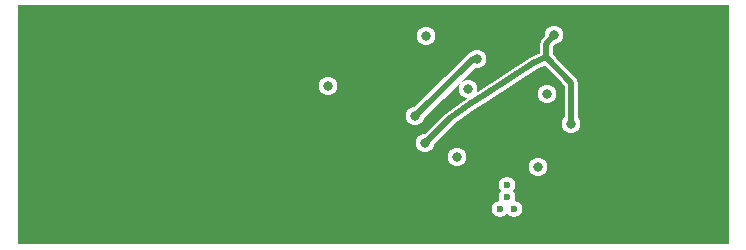
<source format=gbr>
%FSLAX34Y34*%
%MOMM*%
%LNCOPPER_INNER2*%
G71*
G01*
%ADD10C,1.600*%
%ADD11C,1.400*%
%ADD12C,1.100*%
%ADD13C,1.300*%
%ADD14C,0.600*%
%ADD15C,0.800*%
%ADD16C,0.500*%
%LPD*%
G36*
X0Y1000000D02*
X602000Y1000000D01*
X602000Y798000D01*
X0Y798000D01*
X0Y1000000D01*
G37*
%LPC*%
X468500Y899300D02*
G54D10*
D03*
X454300Y974800D02*
G54D10*
D03*
X408100Y827300D02*
G54D11*
D03*
X413900Y847700D02*
G54D11*
D03*
X413800Y837900D02*
G54D11*
D03*
X420000Y827600D02*
G54D11*
D03*
X344830Y883298D02*
G54D10*
D03*
X440600Y863200D02*
G54D10*
D03*
X371975Y871329D02*
G54D10*
D03*
X389000Y954900D02*
G54D10*
D03*
X336200Y906000D02*
G54D10*
D03*
X345300Y974000D02*
G54D10*
D03*
X262256Y931891D02*
G54D10*
D03*
X381400Y929600D02*
G54D10*
D03*
X448400Y925300D02*
G54D10*
D03*
G54D12*
X454300Y974800D02*
X447000Y967500D01*
X447000Y956000D01*
X468500Y934500D01*
X468500Y899300D01*
G54D12*
X344830Y883298D02*
X366178Y904683D01*
X384000Y917000D01*
X395000Y924000D01*
X436000Y951000D01*
X447000Y956000D01*
G54D13*
X336200Y906000D02*
X385100Y954900D01*
X389000Y954900D01*
%LPD*%
X394019Y912595D02*
G54D14*
D03*
X400019Y912595D02*
G54D14*
D03*
X406019Y912595D02*
G54D14*
D03*
X412019Y912595D02*
G54D14*
D03*
X394019Y906595D02*
G54D14*
D03*
X400019Y906595D02*
G54D14*
D03*
X406019Y906595D02*
G54D14*
D03*
X412019Y906595D02*
G54D14*
D03*
X394019Y900595D02*
G54D14*
D03*
X400019Y900595D02*
G54D14*
D03*
X406019Y900595D02*
G54D14*
D03*
X412019Y900595D02*
G54D14*
D03*
X394019Y894595D02*
G54D14*
D03*
X400019Y894595D02*
G54D14*
D03*
X406019Y894595D02*
G54D14*
D03*
X412019Y894595D02*
G54D14*
D03*
X418019Y912595D02*
G54D14*
D03*
X424019Y912595D02*
G54D14*
D03*
X418019Y906595D02*
G54D14*
D03*
X424019Y906595D02*
G54D14*
D03*
X418019Y900595D02*
G54D14*
D03*
X424019Y900595D02*
G54D14*
D03*
X418019Y894595D02*
G54D14*
D03*
X424019Y894595D02*
G54D14*
D03*
X394019Y888595D02*
G54D14*
D03*
X400019Y888595D02*
G54D14*
D03*
X406019Y888595D02*
G54D14*
D03*
X412019Y888595D02*
G54D14*
D03*
X394019Y882595D02*
G54D14*
D03*
X400019Y882595D02*
G54D14*
D03*
X406019Y882595D02*
G54D14*
D03*
X412019Y882595D02*
G54D14*
D03*
X418019Y888595D02*
G54D14*
D03*
X424019Y888595D02*
G54D14*
D03*
X418019Y882595D02*
G54D14*
D03*
X424019Y882595D02*
G54D14*
D03*
X452364Y914113D02*
G54D14*
D03*
X485864Y915113D02*
G54D14*
D03*
X485864Y921113D02*
G54D14*
D03*
X485864Y927113D02*
G54D14*
D03*
X495357Y932076D02*
G54D14*
D03*
X495396Y938314D02*
G54D14*
D03*
X491774Y926878D02*
G54D14*
D03*
X468500Y899300D02*
G54D15*
D03*
X454300Y974800D02*
G54D15*
D03*
X408100Y827300D02*
G54D14*
D03*
X413900Y847700D02*
G54D14*
D03*
X413800Y837900D02*
G54D14*
D03*
X420000Y827600D02*
G54D14*
D03*
X344830Y883298D02*
G54D15*
D03*
X493084Y881954D02*
G54D14*
D03*
X498814Y884192D02*
G54D14*
D03*
X504176Y887167D02*
G54D14*
D03*
X509079Y890862D02*
G54D14*
D03*
X513331Y895238D02*
G54D14*
D03*
X516906Y900134D02*
G54D14*
D03*
X519682Y905619D02*
G54D14*
D03*
X521925Y911318D02*
G54D14*
D03*
X524574Y916790D02*
G54D14*
D03*
X527901Y921917D02*
G54D14*
D03*
X531720Y926693D02*
G54D14*
D03*
X536093Y930911D02*
G54D14*
D03*
X540948Y934548D02*
G54D14*
D03*
X546146Y937618D02*
G54D14*
D03*
X551718Y940056D02*
G54D14*
D03*
X557516Y941841D02*
G54D14*
D03*
X563530Y942901D02*
G54D14*
D03*
X574514Y939183D02*
G54D14*
D03*
X580836Y939216D02*
G54D14*
D03*
X586961Y939348D02*
G54D14*
D03*
X593255Y939269D02*
G54D14*
D03*
X593322Y927339D02*
G54D14*
D03*
X573542Y960664D02*
G54D14*
D03*
X579631Y960656D02*
G54D14*
D03*
X585776Y960716D02*
G54D14*
D03*
X591966Y960751D02*
G54D14*
D03*
X595437Y965817D02*
G54D14*
D03*
X576584Y966053D02*
G54D14*
D03*
X582920Y966438D02*
G54D14*
D03*
X502401Y879253D02*
G54D14*
D03*
X513022Y873567D02*
G54D14*
D03*
X571905Y860641D02*
G54D14*
D03*
X577969Y860618D02*
G54D14*
D03*
X584001Y860624D02*
G54D14*
D03*
X590039Y860630D02*
G54D14*
D03*
X596080Y860618D02*
G54D14*
D03*
X594379Y866464D02*
G54D14*
D03*
X593873Y872464D02*
G54D14*
D03*
X593873Y879164D02*
G54D14*
D03*
X593873Y885264D02*
G54D14*
D03*
X593873Y892264D02*
G54D14*
D03*
X593873Y899264D02*
G54D14*
D03*
X593873Y906264D02*
G54D14*
D03*
X593873Y913264D02*
G54D14*
D03*
X593873Y920264D02*
G54D14*
D03*
X507867Y876704D02*
G54D14*
D03*
X576094Y866337D02*
G54D14*
D03*
X582104Y866352D02*
G54D14*
D03*
X588311Y866381D02*
G54D14*
D03*
X485640Y865805D02*
G54D14*
D03*
X491022Y868743D02*
G54D14*
D03*
X493272Y850445D02*
G54D14*
D03*
X570833Y839566D02*
G54D14*
D03*
X576854Y839341D02*
G54D14*
D03*
X582913Y839312D02*
G54D14*
D03*
X589016Y839337D02*
G54D14*
D03*
X595117Y839384D02*
G54D14*
D03*
X573597Y834213D02*
G54D14*
D03*
X579844Y834102D02*
G54D14*
D03*
X585989Y834006D02*
G54D14*
D03*
X592020Y834168D02*
G54D14*
D03*
X467610Y865896D02*
G54D14*
D03*
X479616Y865896D02*
G54D14*
D03*
X473587Y865871D02*
G54D14*
D03*
X579873Y921264D02*
G54D14*
D03*
X567873Y921264D02*
G54D14*
D03*
X554873Y921264D02*
G54D14*
D03*
X554873Y908264D02*
G54D14*
D03*
X567873Y908264D02*
G54D14*
D03*
X579873Y908264D02*
G54D14*
D03*
X554873Y895264D02*
G54D14*
D03*
X567873Y895264D02*
G54D14*
D03*
X579873Y895264D02*
G54D14*
D03*
X579873Y881264D02*
G54D14*
D03*
X567628Y881609D02*
G54D14*
D03*
X554873Y881264D02*
G54D14*
D03*
X540873Y881264D02*
G54D14*
D03*
X540873Y895264D02*
G54D14*
D03*
X541873Y908264D02*
G54D14*
D03*
X547873Y874264D02*
G54D14*
D03*
X561873Y873264D02*
G54D14*
D03*
X573873Y872264D02*
G54D14*
D03*
X584873Y872264D02*
G54D14*
D03*
X466373Y972264D02*
G54D14*
D03*
X499373Y965264D02*
G54D14*
D03*
X511373Y959264D02*
G54D14*
D03*
X525873Y968264D02*
G54D14*
D03*
X547873Y976264D02*
G54D14*
D03*
X570873Y977264D02*
G54D14*
D03*
X582438Y977273D02*
G54D14*
D03*
X521873Y980264D02*
G54D14*
D03*
X501873Y978264D02*
G54D14*
D03*
X467873Y979264D02*
G54D14*
D03*
X483873Y979264D02*
G54D14*
D03*
X474373Y979264D02*
G54D14*
D03*
X475087Y972058D02*
G54D14*
D03*
X492373Y972264D02*
G54D14*
D03*
X486690Y964926D02*
G54D14*
D03*
X513310Y969628D02*
G54D14*
D03*
X535873Y979264D02*
G54D14*
D03*
X440600Y863200D02*
G54D15*
D03*
X498995Y852679D02*
G54D14*
D03*
X512761Y836608D02*
G54D14*
D03*
X368605Y806050D02*
G54D14*
D03*
X361046Y806502D02*
G54D14*
D03*
X371975Y871329D02*
G54D15*
D03*
X404542Y817820D02*
G54D14*
D03*
X404619Y805042D02*
G54D14*
D03*
X416729Y806012D02*
G54D14*
D03*
X426729Y806512D02*
G54D14*
D03*
X436729Y806512D02*
G54D14*
D03*
X446729Y806512D02*
G54D14*
D03*
X456729Y806512D02*
G54D14*
D03*
X466729Y806512D02*
G54D14*
D03*
X476729Y806512D02*
G54D14*
D03*
X486729Y806512D02*
G54D14*
D03*
X496729Y806512D02*
G54D14*
D03*
X506729Y806512D02*
G54D14*
D03*
X516729Y806512D02*
G54D14*
D03*
X526729Y806512D02*
G54D14*
D03*
X536729Y806512D02*
G54D14*
D03*
X546729Y806512D02*
G54D14*
D03*
X556729Y806512D02*
G54D14*
D03*
X566729Y806512D02*
G54D14*
D03*
X576729Y806512D02*
G54D14*
D03*
X586729Y806512D02*
G54D14*
D03*
X593600Y827000D02*
G54D14*
D03*
X593600Y817000D02*
G54D14*
D03*
X593600Y807000D02*
G54D14*
D03*
X536729Y991512D02*
G54D14*
D03*
X546729Y991512D02*
G54D14*
D03*
X556729Y991512D02*
G54D14*
D03*
X566729Y991512D02*
G54D14*
D03*
X576729Y991512D02*
G54D14*
D03*
X586729Y991512D02*
G54D14*
D03*
X593601Y991622D02*
G54D14*
D03*
X593601Y981622D02*
G54D14*
D03*
X593601Y971623D02*
G54D14*
D03*
X476729Y991512D02*
G54D14*
D03*
X486729Y991512D02*
G54D14*
D03*
X496729Y991512D02*
G54D14*
D03*
X506729Y991512D02*
G54D14*
D03*
X516729Y991512D02*
G54D14*
D03*
X526729Y991512D02*
G54D14*
D03*
X416729Y991512D02*
G54D14*
D03*
X426729Y991512D02*
G54D14*
D03*
X436729Y991512D02*
G54D14*
D03*
X446729Y991512D02*
G54D14*
D03*
X456729Y991512D02*
G54D14*
D03*
X466729Y991512D02*
G54D14*
D03*
X356729Y991512D02*
G54D14*
D03*
X366729Y991512D02*
G54D14*
D03*
X376729Y991512D02*
G54D14*
D03*
X386729Y991512D02*
G54D14*
D03*
X396729Y991512D02*
G54D14*
D03*
X406729Y991512D02*
G54D14*
D03*
X296729Y991512D02*
G54D14*
D03*
X306729Y991512D02*
G54D14*
D03*
X316729Y991512D02*
G54D14*
D03*
X326729Y991512D02*
G54D14*
D03*
X336729Y991512D02*
G54D14*
D03*
X346729Y991512D02*
G54D14*
D03*
X236729Y991512D02*
G54D14*
D03*
X246729Y991512D02*
G54D14*
D03*
X256729Y991512D02*
G54D14*
D03*
X266729Y991512D02*
G54D14*
D03*
X276729Y991512D02*
G54D14*
D03*
X286729Y991512D02*
G54D14*
D03*
X176729Y991512D02*
G54D14*
D03*
X186729Y991512D02*
G54D14*
D03*
X196729Y991512D02*
G54D14*
D03*
X206729Y991512D02*
G54D14*
D03*
X216729Y991512D02*
G54D14*
D03*
X226729Y991512D02*
G54D14*
D03*
X301729Y806512D02*
G54D14*
D03*
X311729Y806512D02*
G54D14*
D03*
X321729Y806512D02*
G54D14*
D03*
X331729Y806512D02*
G54D14*
D03*
X341729Y806512D02*
G54D14*
D03*
X351729Y806512D02*
G54D14*
D03*
X241729Y806512D02*
G54D14*
D03*
X251729Y806512D02*
G54D14*
D03*
X261729Y806512D02*
G54D14*
D03*
X271729Y806512D02*
G54D14*
D03*
X281729Y806512D02*
G54D14*
D03*
X291729Y806512D02*
G54D14*
D03*
X181729Y806512D02*
G54D14*
D03*
X191729Y806512D02*
G54D14*
D03*
X201729Y806512D02*
G54D14*
D03*
X211729Y806512D02*
G54D14*
D03*
X221729Y806512D02*
G54D14*
D03*
X231729Y806512D02*
G54D14*
D03*
X389000Y954900D02*
G54D15*
D03*
X336200Y906000D02*
G54D15*
D03*
X345300Y974000D02*
G54D15*
D03*
X241788Y941977D02*
G54D14*
D03*
X241788Y918877D02*
G54D14*
D03*
X241788Y895777D02*
G54D14*
D03*
X241823Y874578D02*
G54D14*
D03*
X241751Y853579D02*
G54D14*
D03*
X241752Y832079D02*
G54D14*
D03*
X241756Y843191D02*
G54D14*
D03*
X241756Y864091D02*
G54D14*
D03*
X241756Y884991D02*
G54D14*
D03*
X241756Y905891D02*
G54D14*
D03*
X241756Y931891D02*
G54D14*
D03*
X235288Y918877D02*
G54D14*
D03*
X229288Y918877D02*
G54D14*
D03*
X223288Y918877D02*
G54D14*
D03*
X248288Y918877D02*
G54D14*
D03*
X209438Y918877D02*
G54D14*
D03*
X216150Y918950D02*
G54D14*
D03*
X262256Y931891D02*
G54D15*
D03*
X121729Y806512D02*
G54D14*
D03*
X131729Y806512D02*
G54D14*
D03*
X141729Y806512D02*
G54D14*
D03*
X151729Y806512D02*
G54D14*
D03*
X161729Y806512D02*
G54D14*
D03*
X171729Y806512D02*
G54D14*
D03*
X61729Y806512D02*
G54D14*
D03*
X71729Y806512D02*
G54D14*
D03*
X81729Y806512D02*
G54D14*
D03*
X91729Y806512D02*
G54D14*
D03*
X101729Y806512D02*
G54D14*
D03*
X111729Y806512D02*
G54D14*
D03*
X8229Y981512D02*
G54D14*
D03*
X8229Y971512D02*
G54D14*
D03*
X8229Y961512D02*
G54D14*
D03*
X8229Y951512D02*
G54D14*
D03*
X8229Y941512D02*
G54D14*
D03*
X8229Y931512D02*
G54D14*
D03*
X116729Y991512D02*
G54D14*
D03*
X126729Y991512D02*
G54D14*
D03*
X136729Y991512D02*
G54D14*
D03*
X146729Y991512D02*
G54D14*
D03*
X156729Y991512D02*
G54D14*
D03*
X166729Y991512D02*
G54D14*
D03*
X56729Y991512D02*
G54D14*
D03*
X66729Y991512D02*
G54D14*
D03*
X76729Y991512D02*
G54D14*
D03*
X86729Y991512D02*
G54D14*
D03*
X96729Y991512D02*
G54D14*
D03*
X106729Y991512D02*
G54D14*
D03*
X8229Y990012D02*
G54D14*
D03*
X16729Y991512D02*
G54D14*
D03*
X26729Y991512D02*
G54D14*
D03*
X36729Y991512D02*
G54D14*
D03*
X46729Y991512D02*
G54D14*
D03*
X11729Y806512D02*
G54D14*
D03*
X21729Y806512D02*
G54D14*
D03*
X31729Y806512D02*
G54D14*
D03*
X41729Y806512D02*
G54D14*
D03*
X51729Y806512D02*
G54D14*
D03*
X8229Y921512D02*
G54D14*
D03*
X8229Y911512D02*
G54D14*
D03*
X8229Y901512D02*
G54D14*
D03*
X8229Y891512D02*
G54D14*
D03*
X8229Y881512D02*
G54D14*
D03*
X8229Y871512D02*
G54D14*
D03*
X8229Y861512D02*
G54D14*
D03*
X8229Y851512D02*
G54D14*
D03*
X8229Y841512D02*
G54D14*
D03*
X8229Y831512D02*
G54D14*
D03*
X8229Y821512D02*
G54D14*
D03*
X8229Y813012D02*
G54D14*
D03*
X178288Y853150D02*
G54D14*
D03*
X187812Y853150D02*
G54D14*
D03*
X197338Y853150D02*
G54D14*
D03*
X203688Y827388D02*
G54D14*
D03*
X210038Y821038D02*
G54D14*
D03*
X216388Y816275D02*
G54D14*
D03*
X176700Y816275D02*
G54D14*
D03*
X187812Y816275D02*
G54D14*
D03*
X197338Y816275D02*
G54D14*
D03*
X205275Y816275D02*
G54D14*
D03*
X168762Y840088D02*
G54D14*
D03*
X168762Y856788D02*
G54D14*
D03*
X168762Y867075D02*
G54D14*
D03*
X168762Y878188D02*
G54D14*
D03*
X168762Y889300D02*
G54D14*
D03*
X168762Y897238D02*
G54D14*
D03*
X168762Y903588D02*
G54D14*
D03*
X165300Y918700D02*
G54D14*
D03*
X168762Y913112D02*
G54D14*
D03*
X168762Y924225D02*
G54D14*
D03*
X168762Y933750D02*
G54D14*
D03*
X168762Y944862D02*
G54D14*
D03*
X179875Y946500D02*
G54D14*
D03*
X189988Y946500D02*
G54D14*
D03*
X200512Y946500D02*
G54D14*
D03*
X206862Y971850D02*
G54D14*
D03*
X215212Y981200D02*
G54D14*
D03*
X202100Y979788D02*
G54D14*
D03*
X192575Y979788D02*
G54D14*
D03*
X181462Y979788D02*
G54D14*
D03*
X168762Y979788D02*
G54D14*
D03*
X22712Y978200D02*
G54D14*
D03*
X56050Y978200D02*
G54D14*
D03*
X89388Y978200D02*
G54D14*
D03*
X122725Y978200D02*
G54D14*
D03*
X149712Y978200D02*
G54D14*
D03*
X25888Y821038D02*
G54D14*
D03*
X56050Y821038D02*
G54D14*
D03*
X89388Y821038D02*
G54D14*
D03*
X122725Y821038D02*
G54D14*
D03*
X149712Y821038D02*
G54D14*
D03*
X38588Y949625D02*
G54D14*
D03*
X125900Y941688D02*
G54D14*
D03*
X81450Y914700D02*
G54D14*
D03*
X76688Y949625D02*
G54D14*
D03*
X138600Y871838D02*
G54D14*
D03*
X105262Y898825D02*
G54D14*
D03*
X119550Y843262D02*
G54D14*
D03*
X86212Y848025D02*
G54D14*
D03*
X37000Y900412D02*
G54D14*
D03*
X62400Y881362D02*
G54D14*
D03*
X44938Y846438D02*
G54D14*
D03*
X103675Y870250D02*
G54D14*
D03*
X30650Y873425D02*
G54D14*
D03*
X419148Y966714D02*
G54D14*
D03*
X411897Y966714D02*
G54D14*
D03*
X381400Y929600D02*
G54D15*
D03*
X448400Y925300D02*
G54D15*
D03*
X457972Y919283D02*
G54D14*
D03*
X480520Y964799D02*
G54D14*
D03*
X493373Y950264D02*
G54D14*
D03*
X493373Y956264D02*
G54D14*
D03*
X492373Y962264D02*
G54D14*
D03*
X474520Y964799D02*
G54D14*
D03*
X468520Y964799D02*
G54D14*
D03*
X462520Y964799D02*
G54D14*
D03*
X456520Y963799D02*
G54D14*
D03*
X497577Y924380D02*
G54D14*
D03*
X495336Y944570D02*
G54D14*
D03*
X501903Y929244D02*
G54D14*
D03*
X492207Y895768D02*
G54D14*
D03*
X497461Y898745D02*
G54D14*
D03*
X502014Y902715D02*
G54D14*
D03*
X505658Y907566D02*
G54D14*
D03*
X508172Y913044D02*
G54D14*
D03*
X410552Y817579D02*
G54D14*
D03*
X416608Y818148D02*
G54D14*
D03*
X422621Y817914D02*
G54D14*
D03*
X427700Y821190D02*
G54D14*
D03*
X404570Y811411D02*
G54D14*
D03*
X432808Y824460D02*
G54D14*
D03*
X438996Y824869D02*
G54D14*
D03*
X445067Y824781D02*
G54D14*
D03*
X410602Y811532D02*
G54D14*
D03*
X416580Y812130D02*
G54D14*
D03*
X410740Y805427D02*
G54D14*
D03*
X422694Y811803D02*
G54D14*
D03*
X431084Y811066D02*
G54D14*
D03*
X433508Y818360D02*
G54D14*
D03*
X439580Y818797D02*
G54D14*
D03*
X445239Y815649D02*
G54D14*
D03*
X332543Y844013D02*
G54D14*
D03*
X325425Y844062D02*
G54D14*
D03*
X318975Y844047D02*
G54D14*
D03*
X333924Y850121D02*
G54D14*
D03*
X325247Y850886D02*
G54D14*
D03*
X317689Y850856D02*
G54D14*
D03*
X335097Y925105D02*
G54D14*
D03*
X335264Y931150D02*
G54D14*
D03*
X374149Y847806D02*
G54D14*
D03*
X375231Y825280D02*
G54D14*
D03*
X375231Y819280D02*
G54D14*
D03*
X375231Y813280D02*
G54D14*
D03*
G54D16*
X454300Y974800D02*
X447000Y967500D01*
X447000Y956000D01*
X468500Y934500D01*
X468500Y899300D01*
G54D16*
X344830Y883298D02*
X366178Y904683D01*
X384000Y917000D01*
X395000Y924000D01*
X436000Y951000D01*
X447000Y956000D01*
G54D16*
X336200Y906000D02*
X385100Y954900D01*
X389000Y954900D01*
X254288Y918877D02*
G54D14*
D03*
X260288Y918877D02*
G54D14*
D03*
X375231Y807280D02*
G54D14*
D03*
X277907Y850904D02*
G54D14*
D03*
X285907Y850904D02*
G54D14*
D03*
X293907Y850904D02*
G54D14*
D03*
X301907Y850904D02*
G54D14*
D03*
X309907Y850904D02*
G54D14*
D03*
X284907Y843904D02*
G54D14*
D03*
X290907Y838904D02*
G54D14*
D03*
X296641Y836240D02*
G54D14*
D03*
X302972Y836176D02*
G54D14*
D03*
X308010Y840375D02*
G54D14*
D03*
X314138Y840356D02*
G54D14*
D03*
X297416Y843540D02*
G54D14*
D03*
X369384Y814861D02*
G54D14*
D03*
X363072Y814813D02*
G54D14*
D03*
X356660Y814663D02*
G54D14*
D03*
X350149Y814764D02*
G54D14*
D03*
X343787Y814762D02*
G54D14*
D03*
X336850Y811736D02*
G54D14*
D03*
X326567Y811736D02*
G54D14*
D03*
X316319Y811849D02*
G54D14*
D03*
X306710Y811829D02*
G54D14*
D03*
X296620Y811730D02*
G54D14*
D03*
X286431Y811332D02*
G54D14*
D03*
X280521Y812930D02*
G54D14*
D03*
X275987Y817380D02*
G54D14*
D03*
X271595Y821616D02*
G54D14*
D03*
X267351Y825962D02*
G54D14*
D03*
X263076Y830468D02*
G54D14*
D03*
X255821Y830016D02*
G54D14*
D03*
X248234Y830033D02*
G54D14*
D03*
X235271Y829845D02*
G54D14*
D03*
X228295Y829845D02*
G54D14*
D03*
X230168Y819380D02*
G54D14*
D03*
X251421Y819186D02*
G54D14*
D03*
X486907Y826904D02*
G54D14*
D03*
X492907Y826904D02*
G54D14*
D03*
X498410Y829622D02*
G54D14*
D03*
X504473Y830567D02*
G54D14*
D03*
X510636Y830467D02*
G54D14*
D03*
X479347Y859872D02*
G54D14*
D03*
X488562Y860365D02*
G54D14*
D03*
X493271Y856413D02*
G54D14*
D03*
X496705Y866602D02*
G54D14*
D03*
X502390Y864212D02*
G54D14*
D03*
X507817Y860853D02*
G54D14*
D03*
X513372Y857816D02*
G54D14*
D03*
X518798Y854845D02*
G54D14*
D03*
X524419Y852584D02*
G54D14*
D03*
X529974Y850517D02*
G54D14*
D03*
X535788Y848514D02*
G54D14*
D03*
X541731Y846899D02*
G54D14*
D03*
X547633Y845692D02*
G54D14*
D03*
X553572Y844575D02*
G54D14*
D03*
X559630Y843811D02*
G54D14*
D03*
X565246Y841723D02*
G54D14*
D03*
X566216Y835711D02*
G54D14*
D03*
X560519Y837811D02*
G54D14*
D03*
X554533Y838594D02*
G54D14*
D03*
X548588Y839740D02*
G54D14*
D03*
X542712Y840958D02*
G54D14*
D03*
X536847Y842502D02*
G54D14*
D03*
X531102Y844470D02*
G54D14*
D03*
X525352Y846546D02*
G54D14*
D03*
X519662Y848808D02*
G54D14*
D03*
X513468Y851696D02*
G54D14*
D03*
X508056Y854776D02*
G54D14*
D03*
X502689Y857470D02*
G54D14*
D03*
X497557Y860620D02*
G54D14*
D03*
X499901Y846571D02*
G54D14*
D03*
X507406Y846571D02*
G54D14*
D03*
X513072Y843191D02*
G54D14*
D03*
X451510Y813700D02*
G54D14*
D03*
X470906Y813669D02*
G54D14*
D03*
X494724Y817746D02*
G54D14*
D03*
X507434Y817506D02*
G54D14*
D03*
X517746Y824221D02*
G54D14*
D03*
X522302Y832134D02*
G54D14*
D03*
X521264Y838286D02*
G54D14*
D03*
X534053Y833813D02*
G54D14*
D03*
X523022Y817266D02*
G54D14*
D03*
X536451Y817986D02*
G54D14*
D03*
X545564Y829017D02*
G54D14*
D03*
X550120Y818705D02*
G54D14*
D03*
X560671Y827338D02*
G54D14*
D03*
X564748Y818225D02*
G54D14*
D03*
X575300Y826139D02*
G54D14*
D03*
X579856Y818225D02*
G54D14*
D03*
X518231Y870482D02*
G54D14*
D03*
X523582Y867700D02*
G54D14*
D03*
X529076Y865251D02*
G54D14*
D03*
X534786Y863112D02*
G54D14*
D03*
X540508Y861180D02*
G54D14*
D03*
X546320Y859666D02*
G54D14*
D03*
X552286Y858449D02*
G54D14*
D03*
X558350Y857754D02*
G54D14*
D03*
X564414Y857406D02*
G54D14*
D03*
X566252Y863221D02*
G54D14*
D03*
X560189Y863668D02*
G54D14*
D03*
X554076Y864264D02*
G54D14*
D03*
X548012Y865507D02*
G54D14*
D03*
X541998Y867048D02*
G54D14*
D03*
X536133Y869036D02*
G54D14*
D03*
X530428Y871177D02*
G54D14*
D03*
X524885Y873662D02*
G54D14*
D03*
X519572Y876376D02*
G54D14*
D03*
X514322Y879400D02*
G54D14*
D03*
X508505Y882764D02*
G54D14*
D03*
X513272Y886512D02*
G54D14*
D03*
X517553Y890839D02*
G54D14*
D03*
X521089Y895806D02*
G54D14*
D03*
X523891Y901218D02*
G54D14*
D03*
X525994Y906881D02*
G54D14*
D03*
X528670Y912271D02*
G54D14*
D03*
X532020Y917495D02*
G54D14*
D03*
X535842Y922170D02*
G54D14*
D03*
X540253Y926492D02*
G54D14*
D03*
X545134Y930050D02*
G54D14*
D03*
X550426Y933255D02*
G54D14*
D03*
X555962Y935661D02*
G54D14*
D03*
X561896Y937128D02*
G54D14*
D03*
X568491Y939471D02*
G54D14*
D03*
X566840Y933635D02*
G54D14*
D03*
X572857Y933364D02*
G54D14*
D03*
X578876Y933531D02*
G54D14*
D03*
X584984Y933618D02*
G54D14*
D03*
X524907Y883904D02*
G54D14*
D03*
X532288Y891697D02*
G54D14*
D03*
X545941Y919557D02*
G54D14*
D03*
X412423Y983372D02*
G54D14*
D03*
X419572Y983486D02*
G54D14*
D03*
X510438Y918612D02*
G54D14*
D03*
X513173Y924052D02*
G54D14*
D03*
X516495Y929197D02*
G54D14*
D03*
X520288Y933961D02*
G54D14*
D03*
X524552Y938400D02*
G54D14*
D03*
X529109Y942399D02*
G54D14*
D03*
X534078Y945986D02*
G54D14*
D03*
X539341Y949044D02*
G54D14*
D03*
X544810Y951720D02*
G54D14*
D03*
X550554Y953811D02*
G54D14*
D03*
X556472Y955321D02*
G54D14*
D03*
X562428Y956231D02*
G54D14*
D03*
X567488Y959657D02*
G54D14*
D03*
X504358Y917928D02*
G54D14*
D03*
X506919Y923853D02*
G54D14*
D03*
X510208Y929434D02*
G54D14*
D03*
X514144Y934862D02*
G54D14*
D03*
X518659Y939794D02*
G54D14*
D03*
X523342Y944337D02*
G54D14*
D03*
X528449Y948404D02*
G54D14*
D03*
X534012Y952028D02*
G54D14*
D03*
X539703Y955086D02*
G54D14*
D03*
X545780Y957717D02*
G54D14*
D03*
X552162Y959657D02*
G54D14*
D03*
X558600Y961009D02*
G54D14*
D03*
X563673Y964375D02*
G54D14*
D03*
X569690Y965325D02*
G54D14*
D03*
X588974Y966098D02*
G54D14*
D03*
X502695Y938298D02*
G54D14*
D03*
X501702Y949504D02*
G54D14*
D03*
X501702Y957021D02*
G54D14*
D03*
X511064Y946383D02*
G54D14*
D03*
X523830Y958014D02*
G54D14*
D03*
X540567Y966525D02*
G54D14*
D03*
X555461Y968369D02*
G54D14*
D03*
X560709Y978723D02*
G54D14*
D03*
X355907Y980904D02*
G54D14*
D03*
X363056Y980940D02*
G54D14*
D03*
X360907Y974904D02*
G54D14*
D03*
X364907Y962904D02*
G54D14*
D03*
X364907Y956904D02*
G54D14*
D03*
X363907Y968904D02*
G54D14*
D03*
X341907Y961904D02*
G54D14*
D03*
X341963Y952618D02*
G54D14*
D03*
X338783Y938104D02*
G54D14*
D03*
X332024Y938046D02*
G54D14*
D03*
X331907Y944904D02*
G54D14*
D03*
X338907Y944904D02*
G54D14*
D03*
X322907Y953904D02*
G54D14*
D03*
X321907Y961904D02*
G54D14*
D03*
X313907Y961904D02*
G54D14*
D03*
X313907Y954904D02*
G54D14*
D03*
X315907Y948904D02*
G54D14*
D03*
X310907Y944904D02*
G54D14*
D03*
X308907Y937904D02*
G54D14*
D03*
X314907Y937904D02*
G54D14*
D03*
X292907Y944904D02*
G54D14*
D03*
X292907Y938904D02*
G54D14*
D03*
X294913Y933255D02*
G54D14*
D03*
X287907Y933904D02*
G54D14*
D03*
X281907Y932904D02*
G54D14*
D03*
X281907Y926904D02*
G54D14*
D03*
X281907Y919904D02*
G54D14*
D03*
X287907Y916904D02*
G54D14*
D03*
X293907Y916904D02*
G54D14*
D03*
X284907Y944904D02*
G54D14*
D03*
X276907Y944904D02*
G54D14*
D03*
X273907Y938904D02*
G54D14*
D03*
X273907Y931904D02*
G54D14*
D03*
X272907Y925860D02*
G54D14*
D03*
X268394Y921392D02*
G54D14*
D03*
X266152Y909882D02*
G54D14*
D03*
X265599Y915974D02*
G54D14*
D03*
X271174Y906372D02*
G54D14*
D03*
X271999Y900366D02*
G54D14*
D03*
X272222Y894251D02*
G54D14*
D03*
X278712Y898908D02*
G54D14*
D03*
X285808Y898799D02*
G54D14*
D03*
X293231Y898799D02*
G54D14*
D03*
X294105Y904804D02*
G54D14*
D03*
X294084Y910858D02*
G54D14*
D03*
X287729Y906231D02*
G54D14*
D03*
X279320Y908830D02*
G54D14*
D03*
X275344Y916820D02*
G54D14*
D03*
X204907Y848904D02*
G54D14*
D03*
X210907Y842904D02*
G54D14*
D03*
X215907Y836904D02*
G54D14*
D03*
X219907Y829904D02*
G54D14*
D03*
X209907Y944904D02*
G54D14*
D03*
X217212Y943409D02*
G54D14*
D03*
X224907Y946904D02*
G54D14*
D03*
X232907Y946904D02*
G54D14*
D03*
X215186Y974926D02*
G54D14*
D03*
X214869Y968429D02*
G54D14*
D03*
X215054Y961616D02*
G54D14*
D03*
X218671Y949603D02*
G54D14*
D03*
X215067Y955241D02*
G54D14*
D03*
X206907Y951904D02*
G54D14*
D03*
X206907Y962904D02*
G54D14*
D03*
X188907Y965904D02*
G54D14*
D03*
X168907Y962904D02*
G54D14*
D03*
X137907Y918904D02*
G54D14*
D03*
X146907Y890904D02*
G54D14*
D03*
X145907Y842904D02*
G54D14*
D03*
X148907Y952904D02*
G54D14*
D03*
X303662Y844911D02*
G54D14*
D03*
X290907Y873904D02*
G54D14*
D03*
X281828Y873802D02*
G54D14*
D03*
X457903Y813867D02*
G54D14*
D03*
X464510Y813700D02*
G54D14*
D03*
X591224Y933398D02*
G54D14*
D03*
M02*

</source>
